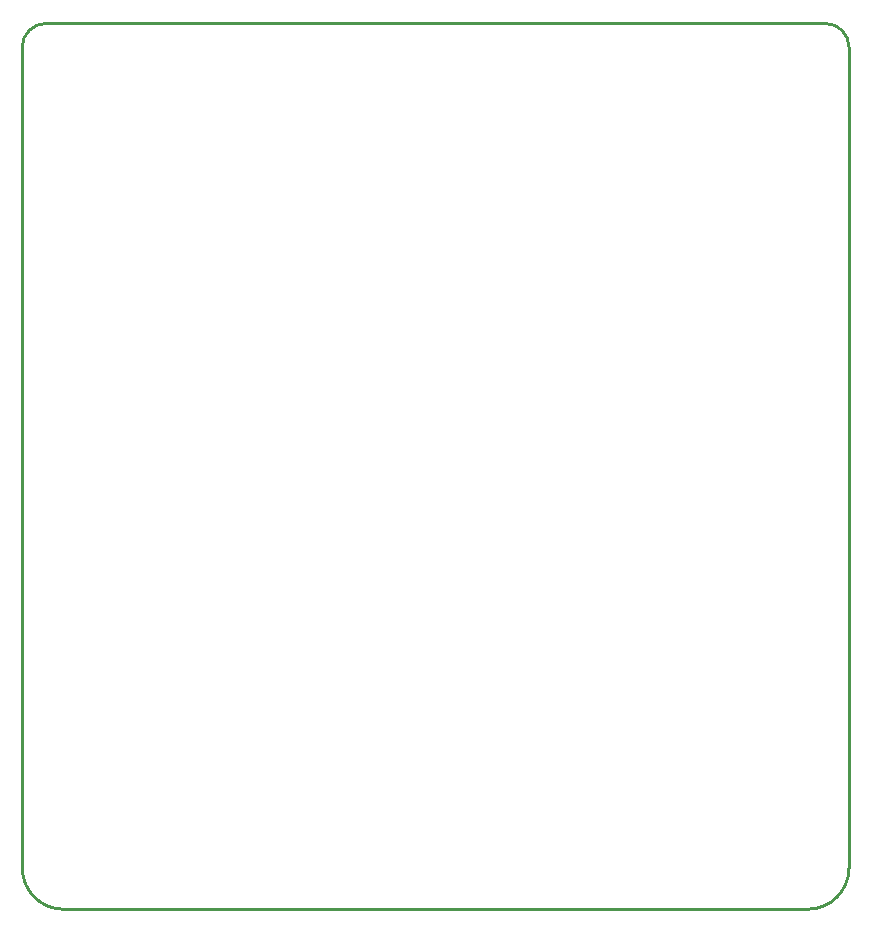
<source format=gko>
G04 Layer: BoardOutlineLayer*
G04 EasyEDA Pro v1.6.32, 2023-12-29 17:47:12*
G04 Gerber Generator version 0.3*
G04 Scale: 100 percent, Rotated: No, Reflected: No*
G04 Dimensions in millimeters*
G04 Leading zeros omitted, absolute positions, 4 integers and 2 decimals*
%FSLAX42Y42*%
%MOMM*%
%ADD10C,0.254*%
G75*


G04 PolygonModel Start*
G54D10*
G01X-3500Y-3400D02*
G03X-3150Y-3750I350J0D01*
G01X3150Y-3750D02*
G01X-3150Y-3750D01*
G01X3150Y-3750D02*
G03X3500Y-3400I0J350D01*
G01X-3500Y-3400D02*
G01X-3500Y3550D01*
G01X3500Y3550D02*
G01X3500Y-3400D01*
G01X3300Y3750D02*
G02X3500Y3550I0J-200D01*
G01X-3500Y3550D02*
G02X-3300Y3750I200J0D01*
G01X-3300Y3750D02*
G01X3300Y3750D01*
G04 PolygonModel End*

M02*

</source>
